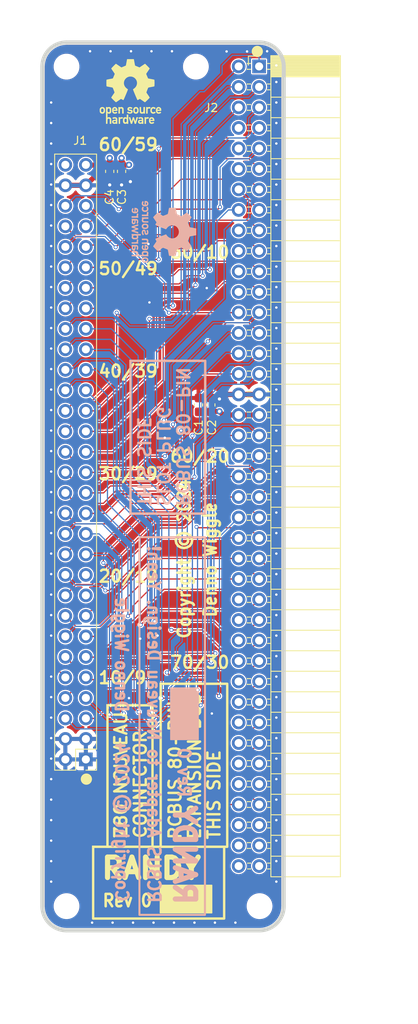
<source format=kicad_pcb>
(kicad_pcb (version 20240108) (generator "pcbnew") (generator_version "8.0")
  (title_block (title "RANDY") (date "2024-07-27") (rev "0") (company "Denno Wiggle") (comment 1 "RCBUS Adapter to Nouveau Design. Yeah!") (comment 2 "Converts BUS from John Winans Nouveau Project"))
  (layers (0 "F.Cu" signal) (1 "In1.Cu" power) (2 "In2.Cu" power) (31 "B.Cu" signal) (34 "B.Paste" user) (35 "F.Paste" user) (36 "B.SilkS" user "B.Silkscreen") (37 "F.SilkS" user "F.Silkscreen") (38 "B.Mask" user) (39 "F.Mask" user) (44 "Edge.Cuts" user))
  (net 0 "")
  (net 1 "+3.3V")
  (net 2 "/MEM_WE_N")
  (net 3 "/CPU_A15")
  (net 4 "/CPU_A12")
  (net 5 "/CPU_D0")
  (net 6 "/CPU_A9")
  (net 7 "/CPU_A18")
  (net 8 "/CPU_BUSREQ_N")
  (net 9 "/CPU_A6")
  (net 11 "GND")
  (net 12 "/CPU_NMI_N")
  (net 13 "/CPU_A0")
  (net 14 "/CPU_CLOCK_SRC")
  (net 15 "/CPU_RFSH_N")
  (net 16 "/CPU_A8")
  (net 17 "/CPU_A19")
  (net 18 "/CPU_CLOCK_PHI")
  (net 19 "/CPU_D1")
  (net 20 "/CPU_A14")
  (net 21 "/CPU_WAIT_N")
  (net 22 "/CPU_A5")
  (net 23 "/CPU_A16")
  (net 24 "/MEM_CE_N")
  (net 25 "/CPU_A1")
  (net 26 "/CPU_D3")
  (net 27 "/CPU_A11")
  (net 28 "/CPU_A2")
  (net 29 "/CPU_IORQ_N")
  (net 30 "/CPU_TEND1_N")
  (net 31 "/CPU_D7")
  (net 32 "/CPU_A7")
  (net 33 "/CPU_RD_N")
  (net 34 "/CPU_D4")
  (net 35 "/CPU_INT0_N")
  (net 36 "/CPU_INT1_N")
  (net 37 "/CPU_A3")
  (net 38 "/CPU_A13")
  (net 39 "/MEM_OE_N")
  (net 40 "/CPU_WR_N")
  (net 41 "/CPU_A10")
  (net 42 "/CPU_D5")
  (net 43 "/CPU_MREQ_N")
  (net 44 "/CPU_BUSACK_N")
  (net 45 "/CPU_D6")
  (net 46 "/CPU_HALT_N")
  (net 47 "/CPU_DREQ1_N")
  (net 49 "/CPU_INT2_N")
  (net 50 "/CPU_M1_N")
  (net 51 "/CPU_D2")
  (net 52 "/CPU_A17")
  (net 53 "/CPU_A4")
  (net 54 "/CPU_RESET_N")
  (footprint "MountingHole:MountingHole_2.7mm_M2.5_DIN965" (layer "F.Cu") (at 67.134 60.9372)
    (property "Reference" "H1" (hide yes))
    (property "Value" "MountingHole")
  )
  (footprint "MountingHole:MountingHole_2.7mm_M2.5_DIN965" (layer "F.Cu") (at 83.185 60.9372)
    (property "Reference" "H2" (hide yes))
    (property "Value" "MountingHole")
  )
  (footprint "MountingHole:MountingHole_2.7mm_M2.5_DIN965" (layer "F.Cu") (at 67.134 164.9372)
    (property "Reference" "H3" (hide yes))
    (property "Value" "MountingHole")
  )
  (footprint "MountingHole:MountingHole_2.7mm_M2.5_DIN965" (layer "F.Cu") (at 91.0844 164.9372)
    (property "Reference" "H4" (hide yes))
    (property "Value" "MountingHole")
  )
  (footprint "Capacitor_SMD:C_0603_1608Metric_Pad1.08x0.95mm_HandSolder" (layer "F.Cu") (at 83.517 102.8472 90)
    (property "Reference" "C1")
    (property "Value" "4.7uF")
  )
  (footprint "Capacitor_SMD:C_0603_1608Metric_Pad1.08x0.95mm_HandSolder" (layer "F.Cu") (at 73.9648 73.914 -90)
    (property "Reference" "C3")
    (property "Value" "4.7uF")
  )
  (footprint "Connector_PinHeader_2.54mm:PinHeader_2x30_P2.54mm_Vertical" (layer "F.Cu") (at 69.53 146.7612 180)
    (property "Reference" "J1")
    (property "Value" "Conn_02x30_Odd_Even")
  )
  (footprint "Symbol:OSHW-Logo_7.5x8mm_SilkScreen" (layer "F.Cu") (at 75.0588 64.0106)
    (property "Reference" "LOGO2" (hide yes))
    (property "Value" "Logo_Open_Hardware_Small" (hide yes))
  )
  (footprint "WTM_Library:PinSocket_2x40_P2.54mm_Horizontal_RCBUS80" (layer "F.Cu") (at 91.0298 60.9092)
    (property "Reference" "J2")
    (property "Value" "Conn_02x40_Top_Bottom")
  )
  (footprint "Capacitor_SMD:C_0603_1608Metric_Pad1.08x0.95mm_HandSolder" (layer "F.Cu") (at 85.041 102.8472 90)
    (property "Reference" "C2")
    (property "Value" "100nF")
  )
  (footprint "Capacitor_SMD:C_0603_1608Metric_Pad1.08x0.95mm_HandSolder" (layer "F.Cu") (at 72.4916 73.914 -90)
    (property "Reference" "C4")
    (property "Value" "100nF")
  )
  (footprint "Symbol:OSHW-Logo_7.5x8mm_SilkScreen" (layer "B.Cu") (at 79.2244 81.4096 90)
    (property "Reference" "LOGO1" (hide yes))
    (property "Value" "Logo_Open_Hardware_Small" (hide yes))
  )
  (gr_rect (start 76.1816 119.2297) (end 84.3096 166.0165) (stroke (width 0.254)) (fill none) (layer "B.SilkS"))
  (gr_rect (start 75.0715 97.3862) (end 84.3425 116.3092) (stroke (width 0.3)) (fill none) (layer "B.SilkS"))
  (gr_rect (start 80.0476 137.8992) (end 83.4916 144.3122) (stroke (width 0.12)) (fill solid) (layer "B.SilkS"))
  (gr_circle (center 69.596 149.2022) (end 70.231 149.2022) (stroke (width 0.12)) (fill solid) (layer "F.SilkS"))
  (gr_rect (start 72.214 140.0582) (end 77.802 157.5842) (stroke (width 0.3)) (fill none) (layer "F.SilkS"))
  (gr_circle (center 90.805 59.055) (end 91.44 59.055) (stroke (width 0.12)) (fill solid) (layer "F.SilkS"))
  (gr_rect (start 70.436 157.5842) (end 86.692 166.4742) (stroke (width 0.3)) (fill none) (layer "F.SilkS"))
  (gr_rect (start 78.755 162.3392) (end 85.168 165.7832) (stroke (width 0.12)) (fill solid) (layer "F.SilkS"))
  (gr_rect (start 78.818 137.3912) (end 87.073 157.5842) (stroke (width 0.3)) (fill none) (layer "F.SilkS"))
  (gr_line (start 64.134 164.9372) (end 64.134 60.9372) (stroke (width 0.5)) (layer "Edge.Cuts"))
  (gr_arc (start 94.083399 164.9372) (mid 93.222533 167.040556) (end 91.133994 167.936772) (stroke (width 0.5)) (layer "Edge.Cuts"))
  (gr_arc (start 67.134 167.9372) (mid 65.01268 167.05852) (end 64.134 164.9372) (stroke (width 0.5)) (layer "Edge.Cuts"))
  (gr_line (start 91.133994 167.936772) (end 67.134 167.9372) (stroke (width 0.5)) (layer "Edge.Cuts"))
  (gr_line (start 67.134 57.9372) (end 91.134 57.9372) (stroke (width 0.5)) (layer "Edge.Cuts"))
  (gr_arc (start 64.134 60.9372) (mid 65.01268 58.81588) (end 67.134 57.9372) (stroke (width 0.5)) (layer "Edge.Cuts"))
  (gr_line (start 94.08938 60.94) (end 94.083399 164.9372) (stroke (width 0.5)) (layer "Edge.Cuts"))
  (gr_arc (start 91.134 57.9372) (mid 93.226602 58.833399) (end 94.08938 60.94) (stroke (width 0.5)) (layer "Edge.Cuts"))
  (gr_text "Copyright © 2024" (at 73.992 164.556 -90) (layer "B.SilkS") (effects (font (size 1.524 1.397) (thickness 0.3175) (bold yes)) (justify left mirror)))
  (gr_text "RANDY" (at 81.7696 165.0767 -90) (layer "B.SilkS") (effects (font (size 2.54 2.54) (thickness 0.635) (bold yes)) (justify left mirror)))
  (gr_text "Denno Wiggle" (at 73.9412 141.0742 -90) (layer "B.SilkS") (effects (font (size 1.524 1.397) (thickness 0.3175) (bold yes)) (justify left mirror)))
  (gr_text "RCBUS 80-PIN\nSLOT PLUG\nTHIS SIDE" (at 75.8335 115.5472 270) (layer "B.SilkS") (effects (font (size 1.5 1.5) (thickness 0.3) (bold yes)) (justify left bottom mirror)))
  (gr_text "Rev 0" (at 81.7136 151.6152 -90) (layer "B.SilkS") (effects (font (size 1.524 1.397) (thickness 0.3175) (bold yes)) (justify left mirror)))
  (gr_text "RCBUS Adapter to Nouveau Design. Yeah!" (at 77.9596 164.6957 -90) (layer "B.SilkS") (effects (font (size 1.524 1.397) (thickness 0.3175)) (justify left mirror)))
  (gr_text "70/30" (at 79.834 135.6132 0) (layer "F.SilkS") (effects (font (size 1.5 1.5) (thickness 0.3) (bold yes)) (justify left bottom)))
  (gr_text "Rev 0" (at 71.452 164.2592 0) (layer "F.SilkS") (effects (font (size 1.524 1.397) (thickness 0.3175) (bold yes)) (justify left)))
  (gr_text "40/39" (at 70.944 99.5452 0) (layer "F.SilkS") (effects (font (size 1.5 1.5) (thickness 0.3) (bold yes)) (justify left bottom)))
  (gr_text "60/20" (at 79.834 110.0862 0) (layer "F.SilkS") (effects (font (size 1.5 1.5) (thickness 0.3) (bold yes)) (justify left bottom)))
  (gr_text "Denno Wiggle" (at 84.9648 129.314 90) (layer "F.SilkS") (effects (font (size 1.524 1.397) (thickness 0.3175) (bold yes)) (justify left)))
  (gr_text "20/19" (at 70.944 124.9452 0) (layer "F.SilkS") (effects (font (size 1.5 1.5) (thickness 0.3) (bold yes)) (justify left bottom)))
  (gr_text "Z80 NOUVEAU\nCONNECTOR" (at 77.167 156.6952 90) (layer "F.SilkS") (effects (font (size 1.5 1.5) (thickness 0.3) (bold yes)) (justify left bottom)))
  (gr_text "10/9" (at 70.944 137.5182 0) (layer "F.SilkS") (effects (font (size 1.5 1.5) (thickness 0.3) (bold yes)) (justify left bottom)))
  (gr_text "60/59" (at 70.944 71.4782 0) (layer "F.SilkS") (effects (font (size 1.5 1.5) (thickness 0.3) (bold yes)) (justify left bottom)))
  (gr_text "50/49" (at 70.944 86.8452 0) (layer "F.SilkS") (effects (font (size 1.5 1.5) (thickness 0.3) (bold yes)) (justify left bottom)))
  (gr_text "30/29" (at 70.944 112.2452 0) (layer "F.SilkS") (effects (font (size 1.5 1.5) (thickness 0.3) (bold yes)) (justify left bottom)))
  (gr_text "RANDY" (at 71.198 160.2512 0) (layer "F.SilkS") (effects (font (size 2.54 2.54) (thickness 0.635) (bold yes)) (justify left)))
  (gr_text "Copyright © 2024" (at 81.739 131.9556 90) (layer "F.SilkS") (effects (font (size 1.524 1.397) (thickness 0.3175) (bold yes)) (justify left)))
  (gr_text "RCBUS 80-PIN\nEXPANSION BUS\nTHIS SIDE" (at 86.311 156.8222 90) (layer "F.SilkS") (effects (font (size 1.5 1.5) (thickness 0.3) (bold yes)) (justify left bottom)))
  (gr_text "50/10" (at 79.834 84.8132 0) (layer "F.SilkS") (effects (font (size 1.5 1.5) (thickness 0.3) (bold yes)) (justify left bottom)))
  (segment (start 73.9648 73.139) (end 74.8414 73.139) (width 0.635) (layer "F.Cu") (net 1))
  (segment (start 85.041 103.7097) (end 83.517 103.7097) (width 0.635) (layer "F.Cu") (net 1))
  (segment (start 69.5678 73.139) (end 69.53 73.1012) (width 0.635) (layer "F.Cu") (net 1))
  (segment (start 72.4916 72.263) (end 72.4916 73.139) (width 0.635) (layer "F.Cu") (net 1))
  (segment (start 88.4898 104.0892) (end 91.0298 104.0892) (width 0.635) (layer "F.Cu") (net 1))
  (segment (start 86.5502 104.0892) (end 88.4898 104.0892) (width 0.635) (layer "F.Cu") (net 1))
  (segment (start 73.9648 72.263) (end 73.9648 73.139) (width 0.635) (layer "F.Cu") (net 1))
  (segment (start 86.106 103.645) (end 86.5502 104.0892) (width 0.635) (layer "F.Cu") (net 1))
  (segment (start 74.8414 73.139) (end 74.8792 73.1012) (width 0.635) (layer "F.Cu") (net 1))
  (segment (start 86.106 103.645) (end 85.1057 103.645) (width 0.635) (layer "F.Cu") (net 1))
  (segment (start 72.4916 73.139) (end 69.5678 73.139) (width 0.635) (layer "F.Cu") (net 1))
  (segment (start 85.1057 103.645) (end 85.041 103.7097) (width 0.635) (layer "F.Cu") (net 1))
  (via (at 73.9648 72.263) (size 0.8) (drill 0.4) (layers "F.Cu" "B.Cu") (net 1))
  (via (at 74.8792 73.1012) (size 0.8) (drill 0.4) (layers "F.Cu" "B.Cu") (net 1))
  (via (at 72.4916 72.263) (size 0.8) (drill 0.4) (layers "F.Cu" "B.Cu") (net 1))
  (via (at 86.106 103.645) (size 0.8) (drill 0.4) (layers "F.Cu" "B.Cu") (net 1))
  (segment (start 82.12 86.8452) (end 81.104 87.8612) (width 0.1524) (layer "F.Cu") (net 2))
  (segment (start 73.103 87.8612) (end 71.325 89.6392) (width 0.1524) (layer "F.Cu") (net 2))
  (segment (start 81.104 87.8612) (end 73.103 87.8612) (width 0.1524) (layer "F.Cu") (net 2))
  (segment (start 68.232 89.6392) (end 66.99 90.8812) (width 0.1524) (layer "F.Cu") (net 2))
  (segment (start 71.325 89.6392) (end 68.232 89.6392) (width 0.1524) (layer "F.Cu") (net 2))
  (segment (start 84.025 86.8452) (end 82.12 86.8452) (width 0.1524) (layer "F.Cu") (net 2))
  (via (at 84.025 86.8452) (size 0.5) (drill 0.3) (layers "F.Cu" "B.Cu") (net 2))
  (segment (start 84.025 86.8452) (end 84.025 70.454) (width 0.1524) (layer "B.Cu") (net 2))
  (segment (start 84.025 70.454) (end 88.4898 65.9892) (width 0.1524) (layer "B.Cu") (net 2))
  (segment (start 79.1228 91.0108) (end 79.1228 99.7484) (width 0.1524) (layer "F.Cu") (net 3))
  (segment (start 80.342 90.5282) (end 79.6054 90.5282) (width 0.1524) (layer "F.Cu") (net 3))
  (segment (start 72.75 106.1212) (end 69.53 106.1212) (width 0.1524) (layer "F.Cu") (net 3))
  (segment (start 79.1228 99.7484) (end 72.75 106.1212) (width 0.1524) (layer "F.Cu") (net 3))
  (segment (start 79.6054 90.5282) (end 79.1228 91.0108) (width 0.1524) (layer "F.Cu") (net 3))
  (via (at 80.342 90.5282) (size 0.5) (drill 0.3) (layers "F.Cu" "B.Cu") (net 3))
  (segment (start 80.342 90.5282) (end 80.342 67.4142) (width 0.1524) (layer "B.Cu") (net 3))
  (segment (start 86.438 60.8102) (end 87.708 59.5402) (width 0.1524) (layer "B.Cu") (net 3))
  (segment (start 83.7075 64.0487) (end 84.2155 64.0487) (width 0.1524) (layer "B.Cu") (net 3))
  (segment (start 86.438 61.8262) (end 86.438 60.8102) (width 0.1524) (layer "B.Cu") (net 3))
  (segment (start 80.342 67.4142) (end 83.7075 64.0487) (width 0.1524) (layer "B.Cu") (net 3))
  (segment (start 90.756 59.5402) (end 91.0298 59.814) (width 0.1524) (layer "B.Cu") (net 3))
  (segment (start 87.708 59.5402) (end 90.756 59.5402) (width 0.1524) (layer "B.Cu") (net 3))
  (segment (start 84.2155 64.0487) (end 86.438 61.8262) (width 0.1524) (layer "B.Cu") (net 3))
  (segment (start 91.0298 59.814) (end 91.0298 60.9092) (width 0.1524) (layer "B.Cu") (net 3))
  (segment (start 70.718 85.8012) (end 69.53 85.8012) (width 0.1524) (layer "F.Cu") (net 4))
  (segment (start 79.8848 69.7764) (end 78.564 71.0972) (width 0.1524) (layer "F.Cu") (net 4))
  (segment (start 91.0298 68.5292) (end 89.7826 69.7764) (width 0.1524) (layer "F.Cu") (net 4))
  (segment (start 78.564 84.8132) (end 71.706 84.8132) (width 0.1524) (layer "F.Cu") (net 4))
  (segment (start 71.706 84.8132) (end 70.718 85.8012) (width 0.1524) (layer "F.Cu") (net 4))
  (segment (start 89.7826 69.7764) (end 79.8848 69.7764) (width 0.1524) (layer "F.Cu") (net 4))
  (via (at 78.564 84.8132) (size 0.5) (drill 0.3) (layers "F.Cu" "B.Cu") (net 4))
  (via (at 78.564 71.0972) (size 0.5) (drill 0.3) (layers "F.Cu" "B.Cu") (net 4))
  (segment (start 78.564 84.8132) (end 78.564 71.0972) (width 0.1524) (layer "B.Cu") (net 4))
  (segment (start 89.7572 128.2218) (end 91.0298 126.9492) (width 0.1524) (layer "F.Cu") (net 5))
  (segment (start 76.3415 130.0887) (end 78.2084 128.2218) (width 0.1524) (layer "F.Cu") (net 5))
  (segment (start 78.2084 128.2218) (end 89.7572 128.2218) (width 0.1524) (layer "F.Cu") (net 5))
  (via (at 76.3415 130.0887) (size 0.5) (drill 0.3) (layers "F.Cu" "B.Cu") (net 5))
  (segment (start 72.214 115.0392) (end 72.214 101.678) (width 0.1524) (layer "B.Cu") (net 5))
  (segment (start 76.278 119.1032) (end 72.214 115.0392) (width 0.1524) (layer "B.Cu") (net 5))
  (segment (start 72.214 101.678) (end 70.3352 99.7992) (width 0.1524) (layer "B.Cu") (net 5))
  (segment (start 70.3352 99.7992) (end 68.232 99.7992) (width 0.1524) (layer "B.Cu") (net 5))
  (segment (start 76.278 130.0252) (end 76.278 119.1032) (width 0.1524) (layer "B.Cu") (net 5))
  (segment (start 68.232 99.7992) (end 66.99 101.0412) (width 0.1524) (layer "B.Cu") (net 5))
  (segment (start 76.3415 130.0887) (end 76.278 130.0252) (width 0.1524) (layer "B.Cu") (net 5))
  (segment (start 73.611 78.5902) (end 73.738 78.4632) (width 0.1524) (layer "F.Cu") (net 6))
  (segment (start 89.7624 74.8818) (end 91.0298 76.1492) (width 0.1524) (layer "F.Cu") (net 6))
  (segment (start 81.3282 74.8818) (end 89.7624 74.8818) (width 0.1524) (layer "F.Cu") (net 6))
  (segment (start 77.7468 78.4632) (end 81.3282 74.8818) (width 0.1524) (layer "F.Cu") (net 6))
  (segment (start 73.738 78.4632) (end 77.7468 78.4632) (width 0.1524) (layer "F.Cu") (net 6))
  (via (at 73.611 78.5902) (size 0.5) (drill 0.3) (layers "F.Cu" "B.Cu") (net 6))
  (segment (start 73.611 78.5902) (end 71.96 76.9392) (width 0.1524) (layer "B.Cu") (net 6))
  (segment (start 71.96 76.9392) (end 68.232 76.9392) (width 0.1524) (layer "B.Cu") (net 6))
  (segment (start 68.232 76.9392) (end 66.99 78.1812) (width 0.1524) (layer "B.Cu") (net 6))
  (segment (start 78.31 112.8802) (end 72.595 112.8802) (width 0.1524) (layer "F.Cu") (net 7))
  (segment (start 81.358 106.0222) (end 81.358 109.8322) (width 0.1524) (layer "F.Cu") (net 7))
  (segment (start 72.595 112.8802) (end 71.734 113.7412) (width 0.1524) (layer "F.Cu") (net 7))
  (segment (start 71.734 113.7412) (end 69.53 113.7412) (width 0.1524) (layer "F.Cu") (net 7))
  (segment (start 81.358 109.8322) (end 78.31 112.8802) (width 0.1524) (layer "F.Cu") (net 7))
  (via (at 81.358 106.0222) (size 0.5) (drill 0.3) (layers "F.Cu" "B.Cu") (net 7))
  (segment (start 81.739 105.6412) (end 81.739 99.4182) (width 0.1524) (layer "B.Cu") (net 7))
  (segment (start 81.739 99.4182) (end 87.228 93.9292) (width 0.1524) (layer "B.Cu") (net 7))
  (segment (start 87.228 93.9292) (end 88.4898 93.9292) (width 0.1524) (layer "B.Cu") (net 7))
  (segment (start 81.358 106.0222) (end 81.739 105.6412) (width 0.1524) (layer "B.Cu") (net 7))
  (segment (start 78.973 119.3292) (end 88.4898 119.3292) (width 0.1524) (layer "F.Cu") (net 8))
  (segment (start 71.96 125.8342) (end 72.468 125.8342) (width 0.1524) (layer "F.Cu") (net 8))
  (segment (start 72.468 125.8342) (end 78.973 119.3292) (width 0.1524) (layer "F.Cu") (net 8))
  (via (at 71.96 125.8342) (size 0.5) (drill 0.3) (layers "F.Cu" "B.Cu") (net 8))
  (segment (start 71.2996 125.1738) (end 68.2516 125.1738) (width 0.1524) (layer "B.Cu") (net 8))
  (segment (start 71.96 125.8342) (end 71.2996 125.1738) (width 0.1524) (layer "B.Cu") (net 8))
  (segment (start 66.99 123.9122) (end 66.99 123.9012) (width 0.1524) (layer "B.Cu") (net 8))
  (segment (start 68.2516 125.1738) (end 66.99 123.9122) (width 0.1524) (layer "B.Cu") (net 8))
  (segment (start 68.232 84.5592) (end 70.69 84.5592) (width 0.1524) (layer "F.Cu") (net 9))
  (segment (start 66.99 85.8012) (end 68.232 84.5592) (width 0.1524) (layer "F.Cu") (net 9))
  (segment (start 89.7624 82.5018) (end 91.0298 83.7692) (width 0.1524) (layer "F.Cu") (net 9))
  (segment (start 84.66 83.7972) (end 85.9554 82.5018) (width 0.1524) (layer "F.Cu") (net 9))
  (segment (start 85.9554 82.5018) (end 89.7624 82.5018) (width 0.1524) (layer "F.Cu") (net 9))
  (segment (start 71.452 83.7972) (end 84.66 83.7972) (width 0.1524) (layer "F.Cu") (net 9))
  (segment (start 70.69 84.5592) (end 71.452 83.7972) (width 0.1524) (layer "F.Cu") (net 9))
  (segment (start 75.057 75.184) (end 74.562 74.689) (width 0.635) (layer "F.Cu") (net 11))
  (segment (start 86.106 102.108) (end 86.6648 101.5492) (width 0.635) (layer "F.Cu") (net 11))
  (segment (start 86.6648 101.5492) (end 88.4898 101.5492) (width 0.635) (layer "F.Cu") (net 11))
  (segment (start 85.9827 101.9847) (end 85.041 101.9847) (width 0.635) (layer "F.Cu") (net 11))
  (segment (start 86.106 102.108) (end 85.9827 101.9847) (width 0.635) (layer "F.Cu") (net 11))
  (segment (start 74.562 74.689) (end 73.9648 74.689) (width 0.635) (layer "F.Cu") (net 11))
  (segment (start 69.53 75.6412) (end 66.99 75.6412) (width 0.635) (layer "F.Cu") (net 11))
  (segment (start 73.9648 74.689) (end 73.9648 75.5904) (width 0.635) (layer "F.Cu") (net 11))
  (segment (start 70.4822 74.689) (end 69.53 75.6412) (width 0.635) (layer "F.Cu") (net 11))
  (segment (start 85.041 101.9847) (end 83.517 101.9847) (width 0.635) (layer "F.Cu") (net 11))
  (segment (start 88.4898 101.5492) (end 91.0298 101.5492) (width 0.635) (layer "F.Cu") (net 11))
  (segment (start 72.4916 74.689) (end 72.4916 75.5904) (width 0.635) (layer "F.Cu") (net 11))
  (segment (start 72.4916 74.689) (end 70.4822 74.689) (width 0.635) (layer "F.Cu") (net 11))
  (via (at 93.169 133.9622) (size 0.5) (drill 0.3) (layers "F.Cu" "B.Cu") (net 11))
  (via (at 80.215 59.0322) (size 0.5) (drill 0.3) (layers "F.Cu" "B.Cu") (net 11))
  (via (at 93.169 100.9422) (size 0.5) (drill 0.3) (layers "F.Cu" "B.Cu") (net 11))
  (via (at 75.057 75.184) (size 0.8) (drill 0.4) (layers "F.Cu" "B.Cu") (net 11))
  (via (at 65.229 156.8222) (size 0.5) (drill 0.3) (layers "F.Cu" "B.Cu") (net 11))
  (via (at 93.169 126.3422) (size 0.5) (drill 0.3) (layers "F.Cu" "B.Cu") (net 11))
  (via (at 85.549 166.9822) (size 0.5) (drill 0.3) (layers "F.Cu" "B.Cu") (net 11))
  (via (at 93.169 139.0422) (size 0.5) (drill 0.3) (layers "F.Cu" "B.Cu") (net 11))
  (via (at 72.4916 75.5904) (size 0.8) (drill 0.4) (layers "F.Cu" "B.Cu") (net 11))
  (via (at 93.169 60.7822) (size 0.5) (drill 0.3) (layers "F.Cu" "B.Cu") (net 11))
  (via (at 65.229 149.2022) (size 0.5) (drill 0.3) (layers "F.Cu" "B.Cu") (net 11))
  (via (at 65.229 113.6422) (size 0.5) (drill 0.3) (layers "F.Cu" "B.Cu") (net 11))
  (via (at 93.169 85.7022) (size 0.5) (drill 0.3) (layers "F.Cu" "B.Cu") (net 11))
  (via (at 93.169 113.6422) (size 0.5) (drill 0.3) (layers "F.Cu" "B.Cu") (net 11))
  (via (at 65.229 139.0422) (size 0.5) (drill 0.3) (layers "F.Cu" "B.Cu") (net 11))
  (via (at 86.106 102.108) (size 0.8) (drill 0.4) (layers "F.Cu" "B.Cu") (net 11))
  (via (at 65.229 78.0822) (size 0.5) (drill 0.3) (layers "F.Cu" "B.Cu") (net 11))
  (via (at 93.169 65.3822) (size 0.5) (drill 0.3) (layers "F.Cu" "B.Cu") (net 11))
  (via (at 65.229 80.6222) (size 0.5) (drill 0.3) (layers "F.Cu" "B.Cu") (net 11))
  (via (at 77.421 90.1472) (size 0.5) (drill 0.3) (layers "F.Cu" "B.Cu") (net 11))
  (via (at 84.533 88.3692) (size 0.5) (drill 0.3) (layers "F.Cu" "B.Cu") (net 11))
  (via (at 93.169 136.5022) (size 0.5) (drill 0.3) (layers "F.Cu" "B.Cu") (net 11))
  (via (at 65.229 126.3422) (size 0.5) (drill 0.3) (layers "F.Cu" "B.Cu") (net 11))
  (via (at 72.849 166.9822) (size 0.5) (drill 0.3) (layers "F.Cu" "B.Cu") (net 11))
  (via (at 65.229 144.1222) (size 0.5) (drill 0.3) (layers "F.Cu" "B.Cu") (net 11))
  (via (at 65.229 118.7222) (size 0.5) (drill 0.3) (layers "F.Cu" "B.Cu") (net 11))
  (via (at 65.229 95.8622) (size 0.5) (drill 0.3) (layers "F.Cu" "B.Cu") (net 11))
  (via (at 65.229 154.2822) (size 0.5) (drill 0.3) (layers "F.Cu" "B.Cu") (net 11))
  (via (at 83.009 166.9822) (size 0.5) (drill 0.3) (layers "F.Cu" "B.Cu") (net 11))
  (via (at 93.169 151.7422) (size 0.5) (drill 0.3) (layers "F.Cu" "B.Cu") (net 11))
  (via (at 93.169 161.9022) (size 0.5) (drill 0.3) (layers "F.Cu" "B.Cu") (net 11))
  (via (at 65.229 100.9422) (size 0.5) (drill 0.3) (layers "F.Cu" "B.Cu") (net 11))
  (via (at 93.169 128.8822) (size 0.5) (drill 0.3) (layers "F.Cu" "B.Cu") (net 11))
  (via (at 93.169 144.1222) (size 0.5) (drill 0.3) (layers "F.Cu" "B.Cu") (net 11))
  (via (at 65.229 161.9022) (size 0.5) (drill 0.3) (layers "F.Cu" "B.Cu") (net 11))
  (via (at 93.169 103.4822) (size 0.5) (drill 0.3) (layers "F.Cu" "B.Cu") (net 11))
  (via (at 93.169 83.1622) (size 0.5) (drill 0.3) (layers "F.Cu" "B.Cu") (net 11))
  (via (at 65.229 85.7022) (size 0.5) (drill 0.3) (layers "F.Cu" "B.Cu") (net 11))
  (via (at 65.229 136.5022) (size 0.5) (drill 0.3) (layers "F.Cu" "B.Cu") (net 11))
  (via (at 93.169 98.4022) (size 0.5) (drill 0.3) (layers "F.Cu" "B.Cu") (net 11))
  (via (at 93.169 106.0222) (size 0.5) (drill 0.3) (layers "F.Cu" "B.Cu") (net 11))
  (via (at 86.995 59.055) (size 0.5) (drill 0.3) (layers "F.Cu" "B.Cu") (net 11))
  (via (at 93.169 131.4222) (size 0.5) (drill 0.3) (layers "F.Cu" "B.Cu") (net 11))
  (via (at 65.229 116.1822) (size 0.5) (drill 0.3) (layers "F.Cu" "B.Cu") (net 11))
  (via (at 93.169 90.7822) (size 0.5) (drill 0.3) (layers "F.Cu" "B.Cu") (net 11))
  (via (at 65.229 65.3822) (size 0.5) (drill 0.3) (layers "F.Cu" "B.Cu") (net 11))
  (via (at 93.169 93.3222) (size 0.5) (drill 0.3) (layers "F.Cu" "B.Cu") (net 11))
  (via (at 93.169 118.7222) (size 0.5) (drill 0.3) (layers "F.Cu" "B.Cu") (net 11))
  (via (at 93.169 78.0822) (size 0.5) (drill 0.3) (layers "F.Cu" "B.Cu") (net 11))
  (via (at 65.229 141.5822) (size 0.5) (drill 0.3) (layers "F.Cu" "B.Cu") (net 11))
  (via (at 73.9648 75.5904) (size 0.8) (drill 0.4) (layers "F.Cu" "B.Cu") (net 11))
  (via (at 93.169 123.8022) (size 0.5) (drill 0.3) (layers "F.Cu" "B.Cu") (net 11))
  (via (at 79.326 106.9112) (size 0.5) (drill 0.3) (layers "F.Cu" "B.Cu") (net 11))
  (via (at 93.169 62.8422) (size 0.5) (drill 0.3) (layers "F.Cu" "B.Cu") (net 11))
  (via (at 70.055 59.0322) (size 0.5) (drill 0.3) (layers "F.Cu" "B.Cu") (net 11))
  (via (at 65.229 70.4622) (size 0.5) (drill 0.3) (layers "F.Cu" "B.Cu") (net 11))
  (via (at 65.229 93.3222) (size 0.5) (drill 0.3) (layers "F.Cu" "B.Cu") (net 11))
  (via (at 65.229 111.1022) (size 0.5) (drill 0.3) (layers "F.Cu" "B.Cu") (net 11))
  (via (at 93.169 156.8222) (size 0.5) (drill 0.3) (layers "F.Cu" "B.Cu") (net 11))
  (via (at 75.389 166.9822) (size 0.5) (drill 0.3) (layers "F.Cu" "B.Cu") (net 11))
  (via (at 80.469 166.9822) (size 0.5) (drill 0.3) (layers "F.Cu" "B.Cu") (net 11))
  (via (at 93.169 73.0022) (size 0.5) (drill 0.3) (layers "F.Cu" "B.Cu") (net 11))
  (via (at 65.229 75.5422) (size 0.5) (drill 0.3) (layers "F.Cu" "B.Cu") (net 11))
  (via (at 65.229 88.2422) (size 0.5) (drill 0.3) (layers "F.Cu" "B.Cu") (net 11))
  (via (at 77.929 166.9822) (size 0.5) (drill 0.3) (layers "F.Cu" "B.Cu") (net 11))
  (via (at 65.229 106.0222) (size 0.5) (drill 0.3) (layers "F.Cu" "B.Cu") (net 11))
  (via (at 88.089 166.9822) (size 0.5) (drill 0.3) (layers "F.Cu" "B.Cu") (net 11))
  (via (at 65.229 131.4222) (size 0.5) (drill 0.3) (layers "F.Cu" "B.Cu") (net 11))
  (via (at 65.229 159.3622) (size 0.5) (drill 0.3) (layers "F.Cu" "B.Cu") (net 11))
  (via (at 93.169 80.6222) (size 0.5) (drill 0.3) (layers "F.Cu" "B.Cu") (net 11))
  (via (at 65.229 67.9222) (size 0.5) (drill 0.3) (layers "F.Cu" "B.Cu") (net 11))
  (via (at 65.229 73.0022) (size 0.5) (drill 0.3) (layers "F.Cu" "B.Cu") (net 11))
  (via (at 65.229 121.2622) (size 0.5) (drill 0.3) (layers "F.Cu" "B.Cu") (net 11))
  (via (at 70.309 166.9822) (size 0.5) (drill 0.3) (layers "F.Cu" "B.Cu") (net 11))
  (via (at 65.229 151.7422) (size 0.5) (drill 0.3) (layers "F.Cu" "B.Cu") (net 11))
  (via (at 65.229 98.4022) (size 0.5) (drill 0.3) (layers "F.Cu" "B.Cu") (net 11))
  (via (at 93.169 121.2622) (size 0.5) (drill 0.3) (layers "F.Cu" "B.Cu") (net 11))
  (via (at 92.026 59.0322) (size 0.5) (drill 0.3) (layers "F.Cu" "B.Cu") (net 11))
  (via (at 93.169 159.3622) (size 0.5) (drill 0.3) (layers "F.Cu" "B.Cu") (net 11))
  (via (at 65.229 83.1622) (size 0.5) (drill 0.3) (layers "F.Cu" "B.Cu") (net 11))
  (via (at 93.169 111.1022) (size 0.5) (drill 0.3) (layers "F.Cu" "B.Cu") (net 11))
  (via (at 76.278 131.8032) (size 0.5) (drill 0.3) (layers "F.Cu" "B.Cu") (net 11))
  (via (at 75.135 59.0322) (size 0.5) (drill 0.3) (layers "F.Cu" "B.Cu") (net 11))
  (via (at 74.881 139.1692) (size 0.5) (drill 0.3) (layers "F.Cu" "B.Cu") (net 11))
  (via (at 93.169 67.9222) (size 0.5) (drill 0.3) (layers "F.Cu" "B.Cu") (net 11))
  (via (at 93.169 75.5422) (size 0.5) (drill 0.3) (layers "F.Cu" "B.Cu") (net 11))
  (via (at 93.169 88.2422) (size 0.5) (drill 0.3) (layers "F.Cu" "B.Cu") (net 11))
  (via (at 93.169 154.2822) (size 0.5) (drill 0.3) (layers "F.Cu" "B.Cu") (net 11))
  (via (at 85.168 141.0742) (size 0.5) (drill 0.3) (layers "F.Cu" "B.Cu") (net 11))
  (via (at 77.294 82.9082) (size 0.5) (drill 0.3) (layers "F.Cu" "B.Cu") (net 11))
  (via (at 65.229 128.8822) (size 0.5) (drill 0.3) (layers "F.Cu" "B.Cu") (net 11))
  (via (at 77.675 59.0322) (size 0.5) (drill 0.3) (layers "F.Cu" "B.Cu") (net 11))
  (via (at 89.535 59.055) (size 0.5) (drill 0.3) (layers "F.Cu" "B.Cu") (net 11))
  (via (at 65.229 123.8022) (size 0.5) (drill 0.3) (layers "F.Cu" "B.Cu") (net 11))
  (via (at 93.169 141.5822) (size 0.5) (drill 0.3) (layers "F.Cu" "B.Cu") (net 11))
  (via (at 93.169 95.8622) (size 0.5) (drill 0.3) (layers "F.Cu" "B.Cu") (net 11))
  (via (at 93.169 108.5622) (size 0.5) (drill 0.3) (layers "F.Cu" "B.Cu") (net 11))
  (via (at 65.229 146.6622) (size 0.5) (drill 0.3) (layers "F.Cu" "B.Cu") (net 11))
  (via (at 78.437 131.4222) (size 0.5) (drill 0.3) (layers "F.Cu" "B.Cu") (net 11))
  (via (at 65.229 90.7822) (size 0.5) (drill 0.3) (layers "F.Cu" "B.Cu") (net 11))
  (via (at 93.169 149.2022) (size 0.5) (drill 0.3) (layers "F.Cu" "B.Cu") (net 11))
  (via (at 93.169 116.1822) (size 0.5) (drill 0.3) (layers "F.Cu" "B.Cu") (net 11))
  (via (at 65.229 103.4822) (size 0.5) (drill 0.3) (layers "F.Cu" "B.Cu") (net 11))
  (via (at 93.169 146.6622) (size 0.5) (drill 0.3) (layers "F.Cu" "B.Cu") (net 11))
  (via (at 72.595 59.0322) (size 0.5) (drill 0.3) (layers "F.Cu" "B.Cu") (net 11))
  (via (at 93.169 70.4622) (size 0.5) (drill 0.3) (layers "F.Cu" "B.Cu") (net 11))
  (via (at 65.229 108.5622) (size 0.5) (drill 0.3) (layers "F.Cu" "B.Cu") (net 11))
  (segment (start 75.389 127.7392) (end 78.719 124.4092) (width 0.1524) (layer "F.Cu") (net 12))
  (segment (start 74.754 129.0092) (end 75.389 128.3742) (width 0.1524) (layer "F.Cu") (net 12))
  (segment (start 75.389 128.3742) (end 75.389 127.7392) (width 0.1524) (layer "F.Cu") (net 12))
  (segment (start 78.719 124.4092) (end 88.4898 124.4092) (width 0.1524) (layer "F.Cu") (net 12))
  (via (at 74.754 129.0092) (size 0.5) (drill 0.3) (layers "F.Cu" "B.Cu") (net 12))
  (segment (start 74.754 120.7542) (end 71.579 117.5792) (width 0.1524) (layer "B.Cu") (net 12))
  (segment (start 74.754 129.0092) (end 74.754 120.7542) (width 0.1524) (layer "B.Cu") (net 12))
  (segment (start 71.579 117.5792) (end 68.232 117.5792) (width 0.1524) (layer "B.Cu") (net 12))
  (segment (start 68.232 117.5792) (end 66.99 118.8212) (width 0.1524) (layer "B.Cu") (net 12))
  (segment (start 79.707 115.0392) (end 74.881 115.0392) (width 0.1524) (layer "F.Cu") (net 13))
  (segment (start 74.881 115.0392) (end 72.341 117.5792) (width 0.1524) (layer "F.Cu") (net 13))
  (segment (start 68.288 117.5792) (end 66.99 116.2812) (width 0.1524) (layer "F.Cu") (net 13))
  (segment (start 72.341 117.5792) (end 68.288 117.5792) (width 0.1524) (layer "F.Cu") (net 13))
  (segment (start 83.009 111.7372) (end 79.707 115.0392) (width 0.1524) (layer "F.Cu") (net 13))
  (via (at 83.009 111.7372) (size 0.5) (drill 0.3) (layers "F.Cu" "B.Cu") (net 13))
  (segment (start 86.3364 100.2818) (end 89.7572 100.2818) (width 0.1524) (layer "B.Cu") (net 13))
  (segment (start 89.7572 100.2818) (end 91.0298 99.0092) (width 0.1524) (layer "B.Cu") (net 13))
  (segment (start 84.533 102.0852) (end 86.3364 100.2818) (width 0.1524) (layer "B.Cu") (net 13))
  (segment (start 83.009 111.7372) (end 83.009 107.8002) (width 0.1524) (layer "B.Cu") (net 13))
  (segment (start 83.009 107.8002) (end 84.533 106.2762) (width 0.1524) (layer "B.Cu") (net 13))
  (segment (start 84.533 106.2762) (end 84.533 102.0852) (width 0.1524) (layer "B.Cu") (net 13))
  (segment (start 76.659 116.5632) (end 80.617748 116.5632) (width 0.1524) (layer "F.Cu") (net 14))
  (segment (start 80.617748 116.5632) (end 85.471748 111.7092) (width 0.1524) (layer "F.Cu") (net 14))
  (segment (start 71.706 122.4052) (end 71.706 121.5162) (width 0.1524) (layer "F.Cu") (net 14))
  (segment (start 85.471748 111.7092) (end 88.4898 111.7092) (width 0.1524) (layer "F.Cu") (net 14))
  (segment (start 71.706 121.5162) (end 76.659 116.5632) (width 0.1524) (layer "F.Cu") (net 14))
  (via (at 71.706 122.4052) (size 0.5) (drill 0.3) (layers "F.Cu" "B.Cu") (net 14))
  (segment (start 68.232 130.2792) (end 66.99 131.5212) (width 0.1524) (layer "B.Cu") (net 14))
  (segment (start 71.198 130.2792) (end 68.232 130.2792) (width 0.1524) (layer "B.Cu") (net 14))
  (segment (start 72.468 123.1672) (end 72.468 129.0092) (width 0.1524) (layer "B.Cu") (net 14))
  (segment (start 71.706 122.4052) (end 72.468 123.1672) (width 0.1524) (layer "B.Cu") (net 14))
  (segment (start 72.468 129.0092) (end 71.198 130.2792) (width 0.1524) (layer "B.Cu") (net 14))
  (segment (start 86.1568 106.6292) (end 88.4898 106.6292) (width 0.1524) (layer "F.Cu") (net 15))
  (segment (start 85.344 107.442) (end 86.1568 106.6292) (width 0.1524) (layer "F.Cu") (net 15))
  (segment (start 85.344 108.966) (end 85.344 107.442) (width 0.1524) (layer "F.Cu") (net 15))
  (segment (start 85.598 133.604) (end 76.2552 133.604) (width 0.1524) (layer "F.Cu") (net 15))
  (segment (start 76.2552 133.604) (end 75.77 134.0892) (width 0.1524) (layer "F.Cu") (net 15))
  (segment (start 75.77 134.0892) (end 69.558 134.0892) (width 0.1524) (layer "F.Cu") (net 15))
  (segment (start 69.558 134.0892) (end 69.53 134.0612) (width 0.1524) (layer "F.Cu") (net 15))
  (via (at 85.344 108.966) (size 0.5) (drill 0.3) (layers "F.Cu" "B.Cu") (net 15))
  (via (at 85.598 133.604) (size 0.5) (drill 0.3) (layers "F.Cu" "B.Cu") (net 15))
  (segment (start 85.422 109.044) (end 85.344 108.966) (width 0.1524) (layer "B.Cu") (net 15))
  (segment (start 85.598 133.604) (end 85.422 133.428) (width 0.1524) (layer "B.Cu") (net 15))
  (segment (start 85.422 133.428) (end 85.422 109.044) (width 0.1524) (layer "B.Cu") (net 15))
  (segment (start 89.7624 77.4218) (end 80.2404 77.4218) (width 0.1524) (layer "F.Cu") (net 16))
  (segment (start 73.103 79.6062) (end 70.69 82.0192) (width 0.1524) (layer "F.Cu") (net 16))
  (segment (start 80.2404 77.4218) (end 78.056 79.6062) (width 0.1524) (layer "F.Cu") (net 16))
  (segment (start 78.056 79.6062) (end 73.103 79.6062) (width 0.1524) (layer "F.Cu") (net 16))
  (segment (start 91.0298 78.6892) (end 89.7624 77.4218) (width 0.1524) (layer "F.Cu") (net 16))
  (segment (start 70.69 82.0192) (end 68.288 82.0192) (width 0.1524) (layer "F.Cu") (net 16))
  (segment (start 68.288 82.0192) (end 66.99 80.7212) (width 0.1524) (layer "F.Cu") (net 16))
  (segment (start 79.834 91.4172) (end 88.4618 91.4172) (width 0.1524) (layer "F.Cu") (net 17))
  (segment (start 88.4618 91.4172) (end 88.4898 91.3892) (width 0.1524) (layer "F.Cu") (net 17))
  (via (at 79.834 91.4172) (size 0.5) (drill 0.3) (layers "F.Cu" "B.Cu") (net 17))
  (segment (start 69.773 78.1812) (end 69.53 78.1812) (width 0.1524) (layer "B.Cu") (net 17))
  (segment (start 79.834 91.4172) (end 79.326 90.9092) (width 0.1524) (layer "B.Cu") (net 17))
  (segment (start 79.326 87.7342) (end 69.773 78.1812) (width 0.1524) (layer "B.Cu") (net 17))
  (segment (start 79.326 90.9092) (end 79.326 87.7342) (width 0.1524) (layer "B.Cu") (net 17))
  (segment (start 85.09 134.62) (end 78.1602 134.62) (width 0.1524) (layer "F.Cu") (net 18))
  (segment (start 68.288 135.3592) (end 66.99 134.0612) (width 0.1524) (layer "F.Cu") (net 18))
  (segment (start 77.421 135.3592) (end 68.288 135.3592) (width 0.1524) (layer "F.Cu") (net 18))
  (segment (start 78.1602 134.62) (end 77.421 135.3592) (width 0.1524) (layer "F.Cu") (net 18))
  (via (at 85.09 134.62) (size 0.5) (drill 0.3) (layers "F.Cu" "B.Cu") (net 18))
  (segment (start 84.66 108.888) (end 85.217 108.331) (width 0.1524) (layer "B.Cu") (net 18))
  (segment (start 85.09 134.62) (end 84.66 134.19) (width 0.1524) (layer "B.Cu") (net 18))
  (segment (start 87.3016 110.4672) (end 89.7878 110.4672) (width 0.1524) (layer "B.Cu") (net 18))
  (segment (start 86.9968 108.7654) (end 86.9968 110.1624) (width 0.1524) (layer "B.Cu") (net 18))
  (segment (start 86.9968 110.1624) (end 87.3016 110.4672) (width 0.1524) (layer "B.Cu") (net 18))
  (segment (start 89.7878 110.4672) (end 91.0298 111.7092) (width 0.1524) (layer "B.Cu") (net 18))
  (segment (start 86.5624 108.331) (end 86.9968 108.7654) (width 0.1524) (layer "B.Cu") (net 18))
  (segment (start 85.217 108.331) (end 86.5624 108.331) (width 0.1524) (layer "B.Cu") (net 18))
  (segment (start 84.66 134.19) (end 84.66 108.888) (width 0.1524) (layer "B.Cu") (net 18))
  (segment (start 89.7572 130.7618) (end 91.0298 129.4892) (width 0.1524) (layer "F.Cu") (net 19))
  (segment (start 85.422 129.6442) (end 86.5396 130.7618) (width 0.1524) (layer "F.Cu") (net 19))
  (segment (start 86.5396 130.7618) (end 89.7572 130.7618) (width 0.1524) (layer "F.Cu") (net 19))
  (segment (start 78.056 129.6442) (end 85.422 129.6442) (width 0.1524) (layer "F.Cu") (net 19))
  (via (at 78.056 129.6442) (size 0.5) (drill 0.3) (layers "F.Cu" "B.Cu") (net 19))
  (segment (start 73.738 113.2612) (end 73.738 98.5292) (width 0.1524) (layer "B.Cu") (net 19))
  (segment (start 78.056 117.5792) (end 73.738 113.2612) (width 0.1524) (layer "B.Cu") (net 19))
  (segment (start 73.738 98.5292) (end 72.4426 97.2338) (width 0.1524) (layer "B.Cu") (net 19))
  (segment (start 67.67 98.5012) (end 66.99 98.5012) (width 0.1524) (layer "B.Cu") (net 19))
  (segment (start 72.4426 97.2338) (end 68.9374 97.2338) (width 0.1524) (layer "B.Cu") (net 19))
  (segment (start 78.056 129.6442) (end 78.056 117.5792) (width 0.1524) (layer "B.Cu") (net 19))
  (segment (start 68.9374 97.2338) (end 67.67 98.5012) (width 0.1524) (layer "B.Cu") (net 19))
  (segment (start 82.12 89.0042) (end 73.5475 89.0042) (width 0.1524) (layer "F.Cu") (net 20))
  (segment (start 71.6705 90.8812) (end 69.53 90.8812) (width 0.1524) (layer "F.Cu") (net 20))
  (segment (start 83.136 87.9882) (end 82.12 89.0042) (width 0.1524) (layer "F.Cu") (net 20))
  (segment (start 73.5475 89.0042) (end 71.6705 90.8812) (width 0.1524) (layer "F.Cu") (net 20))
  (via (at 83.136 87.9882) (size 0.5) (drill 0.3) (layers "F.Cu" "B.Cu") (net 20))
  (segment (start 87.4794 64.7218) (end 89.7572 64.7218) (width 0.1524) (layer "B.Cu") (net 20))
  (segment (start 89.7572 64.7218) (end 91.0298 63.4492) (width 0.1524) (layer "B.Cu") (net 20))
  (segment (start 83.136 69.0652) (end 87.4794 64.7218) (width 0.1524) (layer "B.Cu") (net 20))
  (segment (start 83.136 87.9882) (end 83.136 69.0652) (width 0.1524) (layer "B.Cu") (net 20))
  (segment (start 68.288 130.2792) (end 71.325 130.2792) (width 0.1524) (layer "F.Cu") (net 21))
  (segment (start 71.325 130.2792) (end 73.357 128.2472) (width 0.1524) (layer "F.Cu") (net 21))
  (segment (start 73.357 128.2472) (end 73.357 126.4692) (width 0.1524) (layer "F.Cu") (net 21))
  (segment (start 73.357 126.4692) (end 77.957 121.8692) (width 0.1524) (layer "F.Cu") (net 21))
  (segment (start 66.99 128.9812) (end 68.288 130.2792) (width 0.1524) (layer "F.Cu") (net 21))
  (segment (start 77.957 121.8692) (end 88.4898 121.8692) (width 0.1524) (layer "F.Cu") (net 21))
  (segment (start 79.199 85.8292) (end 79.9864 85.0418) (width 0.1524) (layer "F.Cu") (net 22))
  (segment (start 71.706 85.8292) (end 79.199 85.8292) (width 0.1524) (layer "F.Cu") (net 22))
  (segment (start 68.232 87.0992) (end 70.436 87.0992) (width 0.1524) (layer "F.Cu") (net 22))
  (segment (start 70.436 87.0992) (end 71.706 85.8292) (width 0.1524) (layer "F.Cu") (net 22))
  (segment (start 89.7624 85.0418) (end 91.0298 86.3092) (width 0.1524) (layer "F.Cu") (net 22))
  (segment (start 79.9864 85.0418) (end 89.7624 85.0418) (width 0.1524) (layer "F.Cu") (net 22))
  (segment (start 66.99 88.3412) (end 68.232 87.0992) (width 0.1524) (layer "F.Cu") (net 22))
  (segment (start 72.849 108.6612) (end 82.501 99.0092) (width 0.1524) (layer "F.Cu") (net 23))
  (segment (start 69.53 108.6612) (end 72.849 108.6612) (width 0.1524) (layer "F.Cu") (net 23))
  (segment (start 82.501 99.0092) (end 88.4898 99.0092) (width 0.1524) (layer "F.Cu") (net 23))
  (segment (start 70.309 102.3392) (end 68.232 102.3392) (width 0.1524) (layer "F.Cu") (net 24))
  (segment (start 73.357 91.4172) (end 73.357 99.2912) (width 0.1524) (layer "F.Cu") (net 24))
  (segment (start 73.357 99.2912) (end 70.309 102.3392) (width 0.1524) (layer "F.Cu") (net 24))
  (segment (start 68.232 102.3392) (end 66.99 103.5812) (width 0.1524) (layer "F.Cu") (net 24))
  (via (at 73.357 91.4172) (size 0.5) (drill 0.3) (layers "F.Cu" "B.Cu") (net 24))
  (segment (start 88.4898 63.4492) (end 87.101 63.4492) (width 0.1524) (layer "B.Cu") (net 24))
  (segment (start 82.247 91.1632) (end 80.342 93.0682) (width 0.1524) (layer "B.Cu") (net 24))
  (segment (start 82.247 68.3032) (end 82.247 91.1632) (width 0.1524) (layer "B.Cu") (net 24))
  (segment (start 80.342 93.0682) (end 75.008 93.0682) (width 0.1524) (layer "B.Cu") (net 24))
  (segment (start 87.101 63.4492) (end 82.247 68.3032) (width 0.1524) (layer "B.Cu") (net 24))
  (segment (start 75.008 93.0682) (end 73.357 91.4172) (width 0.1524) (layer "B.Cu") (net 24))
  (segment (start 78.933906 113.5152) (end 73.23 113.5152) (width 0.1524) (layer "F.Cu") (net 25))
  (segment (start 82.755 109.694106) (end 78.933906 113.5152) (width 0.1524) (layer "F.Cu") (net 25))
  (segment (start 82.755 106.6572) (end 82.755 109.694106) (width 0.1524) (layer "F.Cu") (net 25))
  (segment (start 73.23 113.5152) (end 71.706 115.0392) (width 0.1524) (layer "F.Cu") (net 25))
  (segment (start 68.288 115.0392) (end 66.99 113.7412) (width 0.1524) (layer "F.Cu") (net 25))
  (segment (start 71.706 115.0392) (end 68.288 115.0392) (width 0.1524) (layer "F.Cu") (net 25))
  (via (at 82.755 106.6572) (size 0.5) (drill 0.3) (layers "F.Cu" "B.Cu") (net 25))
  (segment (start 89.7572 97.7418) (end 91.0298 96.4692) (width 0.1524) (layer "B.Cu") (net 25))
  (segment (start 87.3524 97.7418) (end 89.7572 97.7418) (width 0.1524) (layer "B.Cu") (net 25))
  (segment (start 83.644 105.7682) (end 83.644 101.4502) (width 0.1524) (layer "B.Cu") (net 25))
  (segment (start 83.644 101.4502) (end 87.3524 97.7418) (width 0.1524) (layer "B.Cu") (net 25))
  (segment (start 82.755 106.6572) (end 83.644 105.7682) (width 0.1524) (layer "B.Cu") (net 25))
  (segment (start 86.565 135.6132) (end 86.7936 135.8418) (width 0.1524) (layer "F.Cu") (net 26))
  (segment (start 80.899 135.6132) (end 86.565 135.6132) (width 0.1524) (layer "F.Cu") (net 26))
  (segment (start 89.7572 135.8418) (end 91.0298 134.5692) (width 0.1524) (layer "F.Cu") (net 26))
  (segment (start 86.7936 135.8418) (end 89.7572 135.8418) (width 0.1524) (layer "F.Cu") (net 26))
  (via (at 80.772 135.6132) (size 0.5) (drill 0.3) (layers "F.Cu" "B.Cu") (net 26))
  (segment (start 72.8092 92.1792) (end 68.232 92.1792) (width 0.1524) (layer "B.Cu") (net 26))
  (segment (start 80.772 132.8972) (end 81.485 132.1842) (width 0.1524) (layer "B.Cu") (net 26))
  (segment (start 76.786 110.4672) (end 76.786 96.156) (width 0.1524) (layer "B.Cu") (net 26))
  (segment (start 81.485 132.1842) (end 81.485 115.1662) (width 0.1524) (layer "B.Cu") (net 26))
  (segment (start 68.232 92.1792) (end 66.99 93.4212) (width 0.1524) (layer "B.Cu") (net 26))
  (segment (start 76.786 96.156) (end 72.8092 92.1792) (width 0.1524) (layer "B.Cu") (net 26))
  (segment (start 80.772 135.6132) (end 80.772 132.8972) (width 0.1524) (layer "B.Cu") (net 26))
  (segment (start 81.485 115.1662) (end 76.786 110.4672) (width 0.1524) (layer "B.Cu") (net 26))
  (segment (start 69.756 83.0352) (end 69.53 83.2612) (width 0.1524) (layer "F.Cu") (net 27))
  (segment (start 85.93 78.5902) (end 80.596 78.5902) (width 0.1524) (layer "F.Cu") (net 27))
  (segment (start 78.437 80.7492) (end 74.373 80.7492) (width 0.1524) (layer "F.Cu") (net 27))
  (segment (start 80.596 78.5902) (end 78.437 80.7492) (width 0.1524) (layer "F.Cu") (net 27))
  (segment (start 86.184 78.3362) (end 85.93 78.5902) (width 0.1524) (layer "F.Cu") (net 27))
  (segment (start 72.087 83.0352) (end 69.756 83.0352) (width 0.1524) (layer "F.Cu") (net 27))
  (segment (start 74.373 80.7492) (end 72.087 83.0352) (width 0.1524) (layer "F.Cu") (net 27))
  (via (at 86.184 78.3362) (size 0.5) (drill 0.3) (layers "F.Cu" "B.Cu") (net 27))
  (segment (start 89.7318 72.3672) (end 91.0298 71.0692) (width 0.1524) (layer "B.Cu") (net 27))
  (segment (start 86.184 73.3832) (end 87.2 72.3672) (width 0.1524) (layer "B.Cu") (net 27))
  (segment (start 87.2 72.3672) (end 89.7318 72.3672) (width 0.1524) (layer "B.Cu") (net 27))
  (segment (start 86.184 78.3362) (end 86.184 73.3832) (width 0.1524) (layer "B.Cu") (net 27))
  (segment (start 80.342 105.2602) (end 80.342 109.4512) (width 0.1524) (layer "F.Cu") (net 28))
  (segment (start 71.706 111.9912) (end 71.198 112.4992) (width 0.1524) (layer "F.Cu") (net 28))
  (segment (start 84.66 94.9732) (end 86.9714 92.6618) (width 0.1524) (layer "F.Cu") (net 28))
  (segment (start 71.198 112.4992) (end 68.288 112.4992) (width 0.1524) (layer "F.Cu") (net 28))
  (segment (start 77.802 111.9912) (end 71.706 111.9912) (width 0.1524) (layer "F.Cu") (net 28))
  (segment (start 89.7624 92.6618) (end 91.0298 93.9292) (width 0.1524) (layer "F.Cu") (net 28))
  (segment (start 80.342 109.4512) (end 77.802 111.9912) (width 0.1524) (layer "F.Cu") (net 28))
  (segment (start 86.9714 92.6618) (end 89.7624 92.6618) (width 0.1524) (layer "F.Cu") (net 28))
  (segment (start 68.288 112.4992) (end 66.99 111.2012) (width 0.1524) (layer "F.Cu") (net 28))
  (via (at 80.342 105.2602) (size 0.5) (drill 0.3) (layers "F.Cu" "B.Cu") (net 28))
  (via (at 84.66 94.9732) (size 0.5) (drill 0.3) (layers "F.Cu" "B.Cu") (net 28))
  (segment (start 80.977 98.6562) (end 84.66 94.9732) (width 0.1524) (layer "B.Cu") (net 28))
  (segment (start 80.977 104.6252) (end 80.977 98.6562) (width 0.1524) (layer "B.Cu") (net 28))
  (segment (start 80.342 105.2602) (end 80.977 104.6252) (width 0.1524) (layer "B.Cu") (net 28))
  (segment (start 89.7624 123.1418) (end 91.0298 124.4092) (width 0.1524) (layer "F.Cu") (net 29))
  (segment (start 78.2084 123.1418) (end 89.7624 123.1418) (width 0.1524) (layer "F.Cu") (net 29))
  (segment (start 71.099 131.5212) (end 74.5 128.1202) (width 0.1524) (layer "F.Cu") (net 29))
  (segment (start 74.5 126.8502) (end 78.2084 123.1418) (width 0.1524) (layer "F.Cu") (net 29))
  (segment (start 69.53 131.5212) (end 71.099 131.5212) (width 0.1524) (layer "F.Cu") (net 29))
  (segment (start 74.5 128.1202) (end 74.5 126.8502) (width 0.1524) (layer "F.Cu") (net 29))
  (segment (start 78.31 103.117306) (end 78.31 96.3702) (width 0.1524) (layer "B.Cu") (net 30))
  (segment (start 77.548 109.8322) (end 77.548 103.879306) (width 0.1524) (layer "B.Cu") (net 30))
  (segment (start 77.802 141.9632) (end 79.961 139.8042) (width 0.1524) (layer "B.Cu") (net 30))
  (segment (start 82.12 114.4042) (end 77.548 109.8322) (width 0.1524) (layer "B.Cu") (net 30))
  (segment (start 85.803 88.8772) (end 85.803 80.1142) (width 0.1524) (layer "B.Cu") (net 30))
  (segment (start 79.961 137.8992) (end 82.12 135.7402) (width 0.1524) (layer "B.Cu") (net 30))
  (segment (start 87.228 78.6892) (end 88.4898 78.6892) (width 0.1524) (layer "B.Cu") (net 30))
  (segment (start 85.803 80.1142) (end 87.228 78.6892) (width 0.1524) (layer "B.Cu") (net 30))
  (segment (start 69.53 139.1412) (end 72.352 141.9632) (width 0.1524) (layer "B.Cu") (net 30))
  (segment (start 72.352 141.9632) (end 77.802 141.9632) (width 0.1524) (layer "B.Cu") (net 30))
  (segment (start 78.31 96.3702) (end 85.803 88.8772) (width 0.1524) (layer "B.Cu") (net 30))
  (segment (start 77.548 103.879306) (end 78.31 103.117306) (width 0.1524) (layer "B.Cu") (net 30))
  (segment (start 79.961 139.8042) (end 79.961 137.8992) (width 0.1524) (layer "B.Cu") (net 30))
  (segment (start 82.12 135.7402) (end 82.12 114.4042) (width 0.1524) (layer "B.Cu") (net 30))
  (segment (start 91.0298 144.7292) (end 89.7572 146.0018) (width 0.1524) (layer "F.Cu") (net 31))
  (segment (start 81.2056 146.0018) (end 76.0875 140.8837) (width 0.1524) (layer "F.Cu") (net 31))
  (segment (start 89.7572 146.0018) (end 81.2056 146.0018) (width 0.1524) (layer "F.Cu") (net 31))
  (via (at 76.0875 140.8837) (size 0.5) (drill 0.3) (layers "F.Cu" "B.Cu") (net 31))
  (segment (start 75.516 140.3122) (end 75.516 119.8652) (width 0.1524) (layer "B.Cu") (net 31))
  (segment (start 75.516 119.8652) (end 71.325 115.6742) (width 0.1524) (layer "B.Cu") (net 31))
  (segment (start 76.0875 140.8837) (end 75.516 140.3122) (width 0.1524) (layer "B.Cu") (net 31))
  (segment (start 71.325 102.8362) (end 69.53 101.0412) (width 0.1524) (layer "B.Cu") (net 31))
  (segment (start 71.325 115.6742) (end 71.325 102.8362) (width 0.1524) (layer "B.Cu") (net 31))
  (segment (start 80.8202 79.9618) (end 79.0168 81.7652) (width 0.1524) (layer "F.Cu") (net 32))
  (segment (start 74.7768 81.7652) (end 73.23 83.312) (width 0.1524) (layer "F.Cu") (net 32))
  (segment (start 79.0168 81.7652) (end 74.7768 81.7652) (width 0.1524) (layer "F.Cu") (net 32))
  (segment (start 89.7624 79.9618) (end 80.8202 79.9618) (width 0.1524) (layer "F.Cu") (net 32))
  (segment (start 91.0298 81.2292) (end 89.7624 79.9618) (width 0.1524) (layer "F.Cu") (net 32))
  (via (at 73.23 83.312) (size 0.5) (drill 0.3) (layers "F.Cu" "B.Cu") (net 32))
  (segment (start 66.99 83.2612) (end 66.99 83.3062) (width 0.1524) (layer "B.Cu") (net 32))
  (segment (start 71.8864 81.9684) (end 73.23 83.312) (width 0.1524) (layer "B.Cu") (net 32))
  (segment (start 68.3278 81.9684) (end 71.8864 81.9684) (width 0.1524) (layer "B.Cu") (net 32))
  (segment (start 66.99 83.3062) (end 68.3278 81.9684) (width 0.1524) (layer "B.Cu") (net 32))
  (segment (start 79.2244 125.6818) (end 91.9244 125.6818) (width 0.1524) (layer "F.Cu") (net 33))
  (segment (start 66.99 136.6012) (end 65.5846 135.1958) (width 0.1524) (layer "F.Cu") (net 33))
  (segment (start 92.5848 125.0214) (end 92.5848 123.4242) (width 0.1524) (layer "F.Cu") (net 33))
  (segment (start 91.9244 125.6818) (end 92.5848 125.0214) (width 0.1524) (layer "F.Cu") (net 33))
  (segment (start 65.5846 133.5558) (end 66.3212 132.8192) (width 0.1524) (layer "F.Cu") (net 33))
  (segment (start 72.087 132.8192) (end 79.2244 125.6818) (width 0.1524) (layer "F.Cu") (net 33))
  (segment (start 92.5848 123.4242) (end 91.0298 121.8692) (width 0.1524) (layer "F.Cu") (net 33))
  (segment (start 65.5846 135.1958) (end 65.5846 133.5558) (width 0.1524) (layer "F.Cu") (net 33))
  (segment (start 66.3212 132.8192) (end 72.087 132.8192) (width 0.1524) (layer "F.Cu") (net 33))
  (segment (start 89.7572 138.3818) (end 91.0298 137.1092) (width 0.1524) (layer "F.Cu") (net 34))
  (segment (start 80.088 136.5022) (end 85.295 136.5022) (width 0.1524) (layer "F.Cu") (net 34))
  (segment (start 87.1746 138.3818) (end 89.7572 138.3818) (width 0.1524) (layer "F.Cu") (net 34))
  (segment (start 79.58 135.9942) (end 80.088 136.5022) (width 0.1524) (layer "F.Cu") (net 34))
  (segment (start 85.295 136.5022) (end 87.1746 138.3818) (width 0.1524) (layer "F.Cu") (net 34))
  (via (at 79.58 135.9942) (size 0.5) (drill 0.3) (layers "F.Cu" "B.Cu") (net 34))
  (segment (start 80.85 130.9142) (end 80.85 115.8012) (width 0.1524) (layer "B.Cu") (net 34))
  (segment (start 79.834 131.9302) (end 80.85 130.9142) (width 0.1524) (layer "B.Cu") (net 34))
  (segment (start 76.024 96.7512) (end 72.694 93.4212) (width 0.1524) (layer "B.Cu") (net 34))
  (segment (start 72.694 93.4212) (end 69.53 93.4212) (width 0.1524) (layer "B.Cu") (net 34))
  (segment (start 79.834 135.7402) (end 79.834 131.9302) (width 0.1524) (layer "B.Cu") (net 34))
  (segment (start 80.85 115.8012) (end 76.024 110.9752) (width 0.1524) (layer "B.Cu") (net 34))
  (segment (start 79.58 135.9942) (end 79.834 135.7402) (width 0.1524) (layer "B.Cu") (net 34))
  (segment (start 76.024 110.9752) (end 76.024 96.7512) (width 0.1524) (layer "B.Cu") (net 34))
  (segment (start 69.53 116.2812) (end 71.988 116.2812) (width 0.1524) (layer "F.Cu") (net 35))
  (segment (start 79.326 114.2772) (end 83.771 109.8322) (width 0.1524) (layer "F.Cu") (net 35))
  (segment (start 85.3944 109.8322) (end 87.3248 107.9018) (width 0.1524) (layer "F.Cu") (net 35))
  (segment (start 92.534 108.5622) (end 92.534 112.745) (width 0.1524) (layer "F.Cu") (net 35))
  (segment (start 87.3248 107.9018) (end 91.8736 107.9018) (width 0.1524) (layer "F.Cu") (net 35))
  (segment (start 92.534 112.745) (end 91.0298 114.2492) (width 0.1524) (layer "F.Cu") (net 35))
  (segment (start 73.992 114.2772) (end 79.326 114.2772) (width 0.1524) (layer "F.Cu") (net 35))
  (segment (start 91.8736 107.9018) (end 92.534 108.5622) (width 0.1524) (layer "F.Cu") (net 35))
  (segment (start 83.771 109.8322) (end 85.3944 109.8322) (width 0.1524) (layer "F.Cu") (net 35))
  (segment (start 71.988 116.2812) (end 73.992 114.2772) (width 0.1524) (layer "F.Cu") (net 35))
  (segment (start 74.246 141.0742) (end 84.2536 151.0818) (width 0.1524) (layer "F.Cu") (net 36))
  (segment (start 84.2536 151.0818) (end 89.7624 151.0818) (width 0.1524) (layer "F.Cu") (net 36))
  (segment (start 89.7624 151.0818) (end 91.0298 152.3492) (width 0.1524) (layer "F.Cu") (net 36))
  (via (at 74.246 141.0742) (size 0.5) (drill 0.3) (layers "F.Cu" "B.Cu") (net 36))
  (segment (start 73.992 121.6432) (end 73.992 140.8202) (width 0.1524) (layer "B.Cu") (net 36))
  (segment (start 71.17 118.8212) (end 73.992 121.6432) (width 0.1524) (layer "B.Cu") (net 36))
  (segment (start 69.53 118.8212) (end 71.17 118.8212) (width 0.1524) (layer "B.Cu") (net 36))
  (segment (start 73.992 140.8202) (end 74.246 141.0742) (width 0.1524) (layer "B.Cu") (net 36))
  (segment (start 79.199 104.7522) (end 73.992 109.9592) (width 0.1524) (layer "F.Cu") (net 37))
  (segment (start 68.288 109.9592) (end 66.99 108.6612) (width 0.1524) (layer "F.Cu") (net 37))
  (segment (start 73.992 109.9592) (end 68.288 109.9592) (width 0.1524) (layer "F.Cu") (net 37))
  (via (at 79.199 104.7522) (size 0.5) (drill 0.3) (layers "F.Cu" "B.Cu") (net 37))
  (segment (start 85.3204 92.6618) (end 89.7572 92.6618) (width 0.1524) (layer "B.Cu") (net 37))
  (segment (start 80.088 103.8632) (end 80.088 97.8942) (width 0.1524) (layer "B.Cu") (net 37))
  (segment (start 79.199 104.7522) (end 80.088 103.8632) (width 0.1524) (layer "B.Cu") (net 37))
  (segment (start 89.7572 92.6618) (end 91.0298 91.3892) (width 0.1524) (layer "B.Cu") (net 37))
  (segment (start 80.088 97.8942) (end 85.3204 92.6618) (width 0.1524) (layer "B.Cu") (net 37))
  (segment (start 72.341 86.8452) (end 70.845 88.3412) (width 0.1524) (layer "F.Cu") (net 38))
  (segment (start 80.342 86.8452) (end 72.341 86.8452) (width 0.1524) (layer "F.Cu") (net 38))
  (segment (start 70.845 88.3412) (end 69.53 88.3412) (width 0.1524) (layer "F.Cu") (net 38))
  (segment (start 81.104 86.0832) (end 80.342 86.8452) (width 0.1524) (layer "F.Cu") (net 38))
  (segment (start 84.914 86.0832) (end 81.104 86.0832) (width 0.1524) (layer "F.Cu") (net 38))
  (via (at 84.914 86.0832) (size 0.5) (drill 0.3) (layers "F.Cu" "B.Cu") (net 38))
  (segment (start 84.914 72.1132) (end 87.2508 69.7764) (width 0.1524) (layer "B.Cu") (net 38))
  (segment (start 89.2828 69.7764) (end 89.74 69.3192) (width 0.1524) (layer "B.Cu") (net 38))
  (segment (start 84.914 86.0832) (end 84.914 72.1132) (width 0.1524) (layer "B.Cu") (net 38))
  (segment (start 89.74 67.279) (end 91.0298 65.9892) (width 0.1524) (layer "B.Cu") (net 38))
  (segment (start 89.74 69.3192) (end 89.74 67.279) (width 0.1524) (layer "B.Cu") (net 38))
  (segment (start 87.2508 69.7764) (end 89.2828 69.7764) (width 0.1524) (layer "B.Cu") (net 38))
  (segment (start 77.421 96.8782) (end 70.718 103.5812) (width 0.1524) (layer "F.Cu") (net 39))
  (segment (start 70.718 103.5812) (end 69.53 103.5812) (width 0.1524) (layer "F.Cu") (net 39))
  (segment (start 77.421 92.1792) (end 77.421 96.8782) (width 0.1524) (layer "F.Cu") (net 39))
  (via (at 77.421 92.1792) (size 0.5) (drill 0.3) (layers "F.Cu" "B.Cu") (net 39))
  (segment (start 77.421 92.1792) (end 80.088 92.1792) (width 0.1524) (layer "B.Cu") (net 39))
  (segment (start 80.088 92.1792) (end 81.358 90.9092) (width 0.1524) (layer "B.Cu") (net 39))
  (segment (start 81.358 68.041) (end 88.4898 60.9092) (width 0.1524) (layer "B.Cu") (net 39))
  (segment (start 81.358 90.9092) (end 81.358 68.041) (width 0.1524) (layer "B.Cu") (net 39))
  (segment (start 83.3646 118.0618) (end 89.7624 118.0618) (width 0.1524) (layer "F.Cu") (net 40))
  (segment (start 89.7624 118.0618) (end 91.0298 119.3292) (width 0.1524) (layer "F.Cu") (net 40))
  (segment (start 83.39 138.1532) (end 73.738 138.1532) (width 0.1524) (layer "F.Cu") (net 40))
  (segment (start 68.232 137.8992) (end 66.99 139.1412) (width 0.1524) (layer "F.Cu") (net 40))
  (segment (start 83.263 117.9602) (end 83.3646 118.0618) (width 0.1524) (layer "F.Cu") (net 40))
  (segment (start 73.484 137.8992) (end 68.232 137.8992) (width 0.1524) (layer "F.Cu") (net 40))
  (segment (start 73.738 138.1532) (end 73.484 137.8992) (width 0.1524) (layer "F.Cu") (net 40))
  (via (at 83.263 117.9602) (size 0.5) (drill 0.3) (layers "F.Cu" "B.Cu") (net 40))
  (via (at 83.39 138.1532) (size 0.5) (drill 0.3) (layers "F.Cu" "B.Cu") (net 40))
  (segment (start 83.39 138.1532) (end 83.39 118.0872) (width 0.1524) (layer "B.Cu") (net 40))
  (segment (start 83.39 118.0872) (end 83.263 117.9602) (width 0.1524) (layer "B.Cu") (net 40))
  (segment (start 72.931 77.3202) (end 75.262 77.3202) (width 0.1524) (layer "F.Cu") (net 41))
  (segment (start 89.7624 72.3418) (end 91.0298 73.6092) (width 0.1524) (layer "F.Cu") (net 41))
  (segment (start 80.2404 72.3418) (end 89.7624 72.3418) (width 0.1524) (layer "F.Cu") (net 41))
  (segment (start 69.53 80.7212) (end 72.931 77.3202) (width 0.1524) (layer "F.Cu") (net 41))
  (segment (start 75.262 77.3202) (end 80.2404 72.3418) (width 0.1524) (layer "F.Cu") (net 41))
  (segment (start 86.5396 140.9218) (end 84.787 139.1692) (width 0.1524) (layer "F.Cu") (net 42))
  (segment (start 91.0298 139.6492) (end 89.7572 140.9218) (width 0.1524) (layer "F.Cu") (net 42))
  (segment (start 84.787 139.1692) (end 78.945 139.1692) (width 0.1524) (layer "F.Cu") (net 42))
  (segment (start 89.7572 140.9218) (end 86.5396 140.9218) (width 0.1524) (layer "F.Cu") (net 42))
  (via (at 78.945 139.1692) (size 0.5) (drill 0.3) (layers "F.Cu" "B.Cu") (net 42))
  (segment (start 74.5 97.8942) (end 72.567 95.9612) (width 0.1524) (layer "B.Cu") (net 42))
  (segment (start 78.945 139.1692) (end 78.994 139.1202) (width 0.1524) (layer "B.Cu") (net 42))
  (segment (start 78.994 130.8652) (end 78.945 130.8162) (width 0.1524) (layer "B.Cu") (net 42))
  (segment (start 78.945 130.8162) (end 78.945 116.8172) (width 0.1524) (layer "B.Cu") (net 42))
  (segment (start 78.994 139.1202) (end 78.994 130.8652) (width 0.1524) (layer "B.Cu") (net 42))
  (segment (start 72.567 95.9612) (end 69.53 95.9612) (width 0.1524) (layer "B.Cu") (net 42))
  (segment (start 74.5 112.3722) (end 74.5 97.8942) (width 0.1524) (layer "B.Cu") (net 42))
  (segment (start 78.945 116.8172) (end 74.5 112.3722) (width 0.1524) (layer "B.Cu") (net 42))
  (segment (start 89.7624 115.5218) (end 91.0298 116.7892) (width 0.1524) (layer "F.Cu") (net 43))
  (segment (start 78.818 118.0872) (end 81.8108 118.0872) (width 0.1524) (layer "F.Cu") (net 43))
  (segment (start 81.8108 118.0872) (end 84.3762 115.5218) (width 0.1524) (layer "F.Cu") (net 43))
  (segment (start 69.53 128.9812) (end 71.071 127.4402) (width 0.1524) (layer "F.Cu") (net 43))
  (segment (start 84.3762 115.5218) (end 89.7624 115.5218) (width 0.1524) (layer "F.Cu") (net 43))
  (segment (start 71.071 125.8342) (end 78.818 118.0872) (width 0.1524) (layer "F.Cu") (net 43))
  (segment (start 71.071 127.4402) (end 71.071 125.8342) (width 0.1524) (layer "F.Cu") (net 43))
  (segment (start 68.3362 125.095) (end 70.2862 125.095) (width 0.1524) (layer "F.Cu") (net 44))
  (segment (start 78.056 117.3252) (end 81.104 117.3252) (width 0.1524) (layer "F.Cu") (net 44))
  (segment (start 66.99 126.4412) (end 68.3362 125.095) (width 0.1524) (layer "F.Cu") (net 44))
  (segment (start 70.2862 125.095) (end 78.056 117.3252) (width 0.1524) (layer "F.Cu") (net 44))
  (segment (start 81.104 117.3252) (end 84.18 114.2492) (width 0.1524) (layer "F.Cu") (net 44))
  (segment (start 84.18 114.2492) (end 88.4898 114.2492) (width 0.1524) (layer "F.Cu") (net 44))
  (segment (start 80.2768 143.4618) (end 89.7572 143.4618) (width 0.1524) (layer "F.Cu") (net 45))
  (segment (start 77.7186 140.9036) (end 80.2768 143.4618) (width 0.1524) (layer "F.Cu") (net 45))
  (segment (start 89.7572 143.4618) (end 91.0298 142.1892) (width 0.1524) (layer "F.Cu") (net 45))
  (via (at 77.7186 140.9036) (size 0.5) (drill 0.3) (layers "F.Cu" "B.Cu") (net 45))
  (segment (start 77.167 139.5502) (end 77.167 118.4047) (width 0.1524) (layer "B.Cu") (net 45))
  (segment (start 77.167 118.4047) (end 72.976 114.2137) (width 0.1524) (layer "B.Cu") (net 45))
  (segment (start 77.7186 140.9036) (end 77.7186 140.1018) (width 0.1524) (layer "B.Cu") (net 45))
  (segment (start 70.672252 98.5012) (end 69.53 98.5012) (width 0.1524) (layer "B.Cu") (net 45))
  (segment (start 72.976 114.2137) (end 72.976 100.804948) (width 0.1524) (layer "B.Cu") (net 45))
  (segment (start 72.976 100.804948) (end 70.672252 98.5012) (width 0.1524) (layer "B.Cu") (net 45))
  (segment (start 77.7186 140.1018) (end 77.167 139.5502) (width 0.1524) (layer "B.Cu") (net 45))
  (segment (start 69.807 136.8782) (end 69.53 136.6012) (width 0.1524) (layer "F.Cu") (net 46))
  (segment (start 77.924 136.8782) (end 69.807 136.8782) (width 0.1524) (layer "F.Cu") (net 46))
  (segment (start 86.057 138.9152) (end 84.4314 137.2896) (width 0.1524) (layer "F.Cu") (net 46))
  (segment (start 78.3354 137.2896) (end 77.924 136.8782) (width 0.1524) (layer "F.Cu") (net 46))
  (segment (start 84.4314 137.2896) (end 78.3354 137.2896) (width 0.1524) (layer "F.Cu") (net 46))
  (via (at 86.057 138.9152) (size 0.5) (drill 0.3) (layers "F.Cu" "B.Cu") (net 46))
  (segment (start 86.106 138.8662) (end 86.106 119.173) (width 0.1524) (layer "B.Cu") (net 46))
  (segment (start 86.057 138.9152) (end 86.106 138.8662) (width 0.1524) (layer "B.Cu") (net 46))
  (segment (start 86.106 119.173) (end 88.4898 116.7892) (width 0.1524) (layer "B.Cu") (net 46))
  (segment (start 79.199 97.1322) (end 86.692 89.6392) (width 0.1524) (layer "B.Cu") (net 47))
  (segment (start 68.288 142.9792) (end 77.929 142.9792) (width 0.1524) (layer "B.Cu") (net 47))
  (segment (start 86.692 81.118829) (end 87.849029 79.9618) (width 0.1524) (layer "B.Cu") (net 47))
  (segment (start 79.199 103.4822) (end 79.199 97.1322) (width 0.1524) (layer "B.Cu") (net 47))
  (segment (start 89.74 79.6062) (end 89.74 77.3994) (width 0.1524) (layer "B.Cu") (net 47))
  (segment (start 66.99 141.6812) (end 68.288 142.9792) (width 0.1524) (layer "B.Cu") (net 47))
  (segment (start 82.755 136.5022) (end 82.755 113.7692) (width 0.1524) (layer "B.Cu") (net 47))
  (segment (start 77.929 142.9792) (end 82.1478 138.7604) (width 0.1524) (layer "B.Cu") (net 47))
  (segment (start 78.31 109.3242) (end 78.31 104.3712) (width 0.1524) (layer "B.Cu") (net 47))
  (segment (start 78.31 104.3712) (end 79.199 103.4822) (width 0.1524) (layer "B.Cu") (net 47))
  (segment (start 82.1478 137.1094) (end 82.755 136.5022) (width 0.1524) (layer "B.Cu") (net 47))
  (segment (start 82.1478 138.7604) (end 82.1478 137.1094) (width 0.1524) (layer "B.Cu") (net 47))
  (segment (start 89.3844 79.9618) (end 89.74 79.6062) (width 0.1524) (layer "B.Cu") (net 47))
  (segment (start 89.74 77.3994) (end 88.4898 76.1492) (width 0.1524) (layer "B.Cu") (net 47))
  (segment (start 82.755 113.7692) (end 78.31 109.3242) (width 0.1524) (layer "B.Cu") (net 47))
  (segment (start 86.692 89.6392) (end 86.692 81.118829) (width 0.1524) (layer "B.Cu") (net 47))
  (segment (start 87.849029 79.9618) (end 89.3844 79.9618) (width 0.1524) (layer "B.Cu") (net 47))
  (segment (start 83.616 152.3492) (end 72.468 141.2012) (width 0.1524) (layer "F.Cu") (net 49))
  (segment (start 88.4898 152.3492) (end 83.616 152.3492) (width 0.1524) (layer "F.Cu") (net 49))
  (via (at 72.468 141.2012) (size 0.5) (drill 0.3) (layers "F.Cu" "B.Cu") (net 49))
  (segment (start 72.186 121.3612) (end 69.53 121.3612) (width 0.1524) (layer "B.Cu") (net 49))
  (segment (start 73.23 122.4052) (end 72.186 121.3612) (width 0.1524) (layer "B.Cu") (net 49))
  (segment (start 73.23 129.5172) (end 73.23 122.4052) (width 0.1524) (layer "B.Cu") (net 49))
  (segment (start 72.468 141.2012) (end 72.468 130.2792) (width 0.1524) (layer "B.Cu") (net 49))
  (segment (start 72.468 130.2792) (end 73.23 129.5172) (width 0.1524) (layer "B.Cu") (net 49))
  (segment (start 72.468 140.0582) (end 70.845 141.6812) (width 0.1524) (layer "F.Cu") (net 50))
  (segment (start 70.845 141.6812) (end 69.53 141.6812) (width 0.1524) (layer "F.Cu") (net 50))
  (segment (start 83.771 140.0582) (end 72.468 140.0582) (width 0.1524) (layer "F.Cu") (net 50))
  (via (at 83.771 140.0582) (size 0.5) (drill 0.3) (layers "F.Cu" "B.Cu") (net 50))
  (segment (start 86.4634 105.3618) (end 89.7624 105.3618) (width 0.1524) (layer "B.Cu") (net 50))
  (segment (start 83.771 140.0582) (end 84.025 139.8042) (width 0.1524) (layer "B.Cu") (net 50))
  (segment (start 84.025 139.8042) (end 84.025 107.8002) (width 0.1524) (layer "B.Cu") (net 50))
  (segment (start 89.7624 105.3618) (end 91.0298 106.6292) (width 0.1524) (layer "B.Cu") (net 50))
  (segment (start 84.025 107.8002) (end 86.4634 105.3618) (width 0.1524) (layer "B.Cu") (net 50))
  (segment (start 83.9615 130.7237) (end 86.5396 133.3018) (width 0.1524) (layer "F.Cu") (net 51))
  (segment (start 80.1117 130.7237) (end 83.9615 130.7237) (width 0.1524) (layer "F.Cu") (net 51))
  (segment (start 86.5396 133.3018) (end 89.7572 133.3018) (width 0.1524) (layer "F.Cu") (net 51))
  (segment (start 89.7572 133.3018) (end 91.0298 132.0292) (width 0.1524) (layer "F.Cu") (net 51))
  (via (at 80.1515 130.7237) (size 0.5) (drill 0.3) (layers "F.Cu" "B.Cu") (net 51))
  (segment (start 75.262 97.358237) (end 75.262 111.6102) (width 0.1524) (layer "B.Cu") (net 51))
  (segment (start 79.834 130.4062) (end 80.1515 130.7237) (width 0.1524) (layer "B.Cu") (net 51))
  (segment (start 79.834 116.1822) (end 79.834 130.4062) (width 0.1524) (layer "B.Cu") (net 51))
  (segment (start 66.99 95.9612) (end 68.232 94.7192) (width 0.1524) (layer "B.Cu") (net 51))
  (segment (start 72.622963 94.7192) (end 75.262 97.358237) (width 0.1524) (layer "B.Cu") (net 51))
  (segment (start 75.262 111.6102) (end 79.834 116.1822) (width 0.1524) (layer "B.Cu") (net 51))
  (segment (start 68.232 94.7192) (end 72.622963 94.7192) (width 0.1524) (layer "B.Cu") (net 51))
  (segment (start 79.326 109.1972) (end 77.294 109.1972) (width 0.1524) (layer "F.Cu") (net 52))
  (segment (start 71.734 111.2012) (end 69.53 111.2012) (width 0.1524) (layer "F.Cu") (net 52))
  (segment (start 75.77 110.7212) (end 72.214 110.7212) (width 0.1524) (layer "F.Cu") (net 52))
  (segment (start 72.214 110.7212) (end 71.734 111.2012) (width 0.1524) (layer "F.Cu") (net 52))
  (segment (start 77.294 109.1972) (end 75.77 110.7212) (width 0.1524) (layer "F.Cu") (net 52))
  (via (at 79.326 109.1972) (size 0.5) (drill 0.3) (layers "F.Cu" "B.Cu") (net 52))
  (segment (start 86.974 96.4692) (end 82.628 100.8152) (width 0.1524) (layer "B.Cu") (net 52))
  (segment (start 88.4898 96.4692) (end 86.974 96.4692) (width 0.1524) (layer "B.Cu") (net 52))
  (segment (start 82.628 105.8952) (end 79.326 109.1972) (width 0.1524) (layer "B.Cu") (net 52))
  (segment (start 82.628 100.8152) (end 82.628 105.8952) (width 0.1524) (layer "B.Cu") (net 52))
  (segment (start 66.99 106.1212) (end 68.232 104.8792) (width 0.1524) (layer "F.Cu") (net 53))
  (segment (start 84.66 89.6392) (end 86.7174 87.5818) (width 0.1524) (layer "F.Cu") (net 53))
  (segment (start 78.31 98.1482) (end 78.31 90.5282) (width 0.1524) (layer "F.Cu") (net 53))
  (segment (start 68.232 104.8792) (end 71.579 104.8792) (width 0.1524) (layer "F.Cu") (net 53))
  (segment (start 79.199 89.6392) (end 84.66 89.6392) (width 0.1524) (layer "F.Cu") (net 53))
  (segment (start 71.579 104.8792) (end 78.31 98.1482) (width 0.1524) (layer "F.Cu") (net 53))
  (segment (start 89.7624 87.5818) (end 91.0298 88.8492) (width 0.1524) (layer "F.Cu") (net 53))
  (segment (start 86.7174 87.5818) (end 89.7624 87.5818) (width 0.1524) (layer "F.Cu") (net 53))
  (segment (start 78.31 90.5282) (end 79.199 89.6392) (width 0.1524) (layer "F.Cu") (net 53))
  (segment (start 85.5744 110.4418) (end 89.7572 110.4418) (width 0.1524) (layer "F.Cu") (net 54))
  (segment (start 68.232 120.1192) (end 71.452 120.1192) (width 0.1524) (layer "F.Cu") (net 54))
  (segment (start 80.215 115.8012) (end 85.5744 110.4418) (width 0.1524) (layer "F.Cu") (net 54))
  (segment (start 89.7572 110.4418) (end 91.0298 109.1692) (width 0.1524) (layer "F.Cu") (net 54))
  (segment (start 66.99 121.3612) (end 68.232 120.1192) (width 0.1524) (layer "F.Cu") (net 54))
  (segment (start 71.452 120.1192) (end 75.77 115.8012) (width 0.1524) (layer "F.Cu") (net 54))
  (segment (start 75.77 115.8012) (end 80.215 115.8012) (width 0.1524) (layer "F.Cu") (net 54))
  (zone (net 11) (net_name "GND") (layer "F.Cu") (priority 4) (connect_pads (clearance 0)) (min_thickness 0.25) (fill yes (thermal_gap 0.5) (thermal_bridge_width 0.5))
    (polygon (pts (xy 62.689 56.4922) (xy 95.074 56.4922) (xy 95.504 166.116) (xy 62.992 166.116)))
  )
  (zone (net 11) (net_name "GND") (layer "B.Cu") (priority 7) (connect_pads (clearance 0)) (min_thickness 0.25) (fill yes (thermal_gap 0.5) (thermal_bridge_width 0.5))
    (polygon (pts (xy 58.879 52.6822) (xy 98.552 52.6822) (xy 98.552 169.164) (xy 59.944 169.164)))
  )
)
</source>
